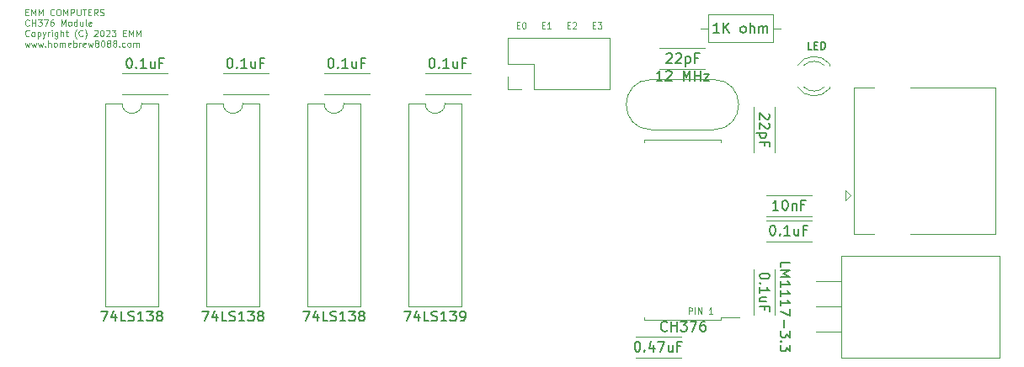
<source format=gbr>
G04 #@! TF.GenerationSoftware,KiCad,Pcbnew,(5.1.8)-1*
G04 #@! TF.CreationDate,2023-04-05T17:01:07-06:00*
G04 #@! TF.ProjectId,CH376S Module,43483337-3653-4204-9d6f-64756c652e6b,rev?*
G04 #@! TF.SameCoordinates,Original*
G04 #@! TF.FileFunction,Legend,Top*
G04 #@! TF.FilePolarity,Positive*
%FSLAX46Y46*%
G04 Gerber Fmt 4.6, Leading zero omitted, Abs format (unit mm)*
G04 Created by KiCad (PCBNEW (5.1.8)-1) date 2023-04-05 17:01:07*
%MOMM*%
%LPD*%
G01*
G04 APERTURE LIST*
%ADD10C,0.101600*%
%ADD11C,0.120000*%
%ADD12C,0.150000*%
G04 APERTURE END LIST*
D10*
X171525595Y-129065261D02*
X171525595Y-128430261D01*
X171767500Y-128430261D01*
X171827976Y-128460500D01*
X171858214Y-128490738D01*
X171888452Y-128551214D01*
X171888452Y-128641928D01*
X171858214Y-128702404D01*
X171827976Y-128732642D01*
X171767500Y-128762880D01*
X171525595Y-128762880D01*
X172160595Y-129065261D02*
X172160595Y-128430261D01*
X172462976Y-129065261D02*
X172462976Y-128430261D01*
X172825833Y-129065261D01*
X172825833Y-128430261D01*
X173944642Y-129065261D02*
X173581785Y-129065261D01*
X173763214Y-129065261D02*
X173763214Y-128430261D01*
X173702738Y-128520976D01*
X173642261Y-128581452D01*
X173581785Y-128611690D01*
X161867547Y-100030642D02*
X162079214Y-100030642D01*
X162169928Y-100363261D02*
X161867547Y-100363261D01*
X161867547Y-99728261D01*
X162169928Y-99728261D01*
X162381595Y-99728261D02*
X162774690Y-99728261D01*
X162563023Y-99970166D01*
X162653738Y-99970166D01*
X162714214Y-100000404D01*
X162744452Y-100030642D01*
X162774690Y-100091119D01*
X162774690Y-100242309D01*
X162744452Y-100302785D01*
X162714214Y-100333023D01*
X162653738Y-100363261D01*
X162472309Y-100363261D01*
X162411833Y-100333023D01*
X162381595Y-100302785D01*
X159327547Y-100030642D02*
X159539214Y-100030642D01*
X159629928Y-100363261D02*
X159327547Y-100363261D01*
X159327547Y-99728261D01*
X159629928Y-99728261D01*
X159871833Y-99788738D02*
X159902071Y-99758500D01*
X159962547Y-99728261D01*
X160113738Y-99728261D01*
X160174214Y-99758500D01*
X160204452Y-99788738D01*
X160234690Y-99849214D01*
X160234690Y-99909690D01*
X160204452Y-100000404D01*
X159841595Y-100363261D01*
X160234690Y-100363261D01*
X156787547Y-100030642D02*
X156999214Y-100030642D01*
X157089928Y-100363261D02*
X156787547Y-100363261D01*
X156787547Y-99728261D01*
X157089928Y-99728261D01*
X157694690Y-100363261D02*
X157331833Y-100363261D01*
X157513261Y-100363261D02*
X157513261Y-99728261D01*
X157452785Y-99818976D01*
X157392309Y-99879452D01*
X157331833Y-99909690D01*
X154247547Y-100030642D02*
X154459214Y-100030642D01*
X154549928Y-100363261D02*
X154247547Y-100363261D01*
X154247547Y-99728261D01*
X154549928Y-99728261D01*
X154943023Y-99728261D02*
X155003500Y-99728261D01*
X155063976Y-99758500D01*
X155094214Y-99788738D01*
X155124452Y-99849214D01*
X155154690Y-99970166D01*
X155154690Y-100121357D01*
X155124452Y-100242309D01*
X155094214Y-100302785D01*
X155063976Y-100333023D01*
X155003500Y-100363261D01*
X154943023Y-100363261D01*
X154882547Y-100333023D01*
X154852309Y-100302785D01*
X154822071Y-100242309D01*
X154791833Y-100121357D01*
X154791833Y-99970166D01*
X154822071Y-99849214D01*
X154852309Y-99788738D01*
X154882547Y-99758500D01*
X154943023Y-99728261D01*
X104865230Y-98703492D02*
X105076897Y-98703492D01*
X105167611Y-99036111D02*
X104865230Y-99036111D01*
X104865230Y-98401111D01*
X105167611Y-98401111D01*
X105439754Y-99036111D02*
X105439754Y-98401111D01*
X105651420Y-98854683D01*
X105863087Y-98401111D01*
X105863087Y-99036111D01*
X106165468Y-99036111D02*
X106165468Y-98401111D01*
X106377135Y-98854683D01*
X106588801Y-98401111D01*
X106588801Y-99036111D01*
X107737849Y-98975635D02*
X107707611Y-99005873D01*
X107616897Y-99036111D01*
X107556420Y-99036111D01*
X107465706Y-99005873D01*
X107405230Y-98945397D01*
X107374992Y-98884921D01*
X107344754Y-98763969D01*
X107344754Y-98673254D01*
X107374992Y-98552302D01*
X107405230Y-98491826D01*
X107465706Y-98431350D01*
X107556420Y-98401111D01*
X107616897Y-98401111D01*
X107707611Y-98431350D01*
X107737849Y-98461588D01*
X108130944Y-98401111D02*
X108251897Y-98401111D01*
X108312373Y-98431350D01*
X108372849Y-98491826D01*
X108403087Y-98612778D01*
X108403087Y-98824445D01*
X108372849Y-98945397D01*
X108312373Y-99005873D01*
X108251897Y-99036111D01*
X108130944Y-99036111D01*
X108070468Y-99005873D01*
X108009992Y-98945397D01*
X107979754Y-98824445D01*
X107979754Y-98612778D01*
X108009992Y-98491826D01*
X108070468Y-98431350D01*
X108130944Y-98401111D01*
X108675230Y-99036111D02*
X108675230Y-98401111D01*
X108886897Y-98854683D01*
X109098563Y-98401111D01*
X109098563Y-99036111D01*
X109400944Y-99036111D02*
X109400944Y-98401111D01*
X109642849Y-98401111D01*
X109703325Y-98431350D01*
X109733563Y-98461588D01*
X109763801Y-98522064D01*
X109763801Y-98612778D01*
X109733563Y-98673254D01*
X109703325Y-98703492D01*
X109642849Y-98733730D01*
X109400944Y-98733730D01*
X110035944Y-98401111D02*
X110035944Y-98915159D01*
X110066182Y-98975635D01*
X110096420Y-99005873D01*
X110156897Y-99036111D01*
X110277849Y-99036111D01*
X110338325Y-99005873D01*
X110368563Y-98975635D01*
X110398801Y-98915159D01*
X110398801Y-98401111D01*
X110610468Y-98401111D02*
X110973325Y-98401111D01*
X110791897Y-99036111D02*
X110791897Y-98401111D01*
X111184992Y-98703492D02*
X111396659Y-98703492D01*
X111487373Y-99036111D02*
X111184992Y-99036111D01*
X111184992Y-98401111D01*
X111487373Y-98401111D01*
X112122373Y-99036111D02*
X111910706Y-98733730D01*
X111759516Y-99036111D02*
X111759516Y-98401111D01*
X112001420Y-98401111D01*
X112061897Y-98431350D01*
X112092135Y-98461588D01*
X112122373Y-98522064D01*
X112122373Y-98612778D01*
X112092135Y-98673254D01*
X112061897Y-98703492D01*
X112001420Y-98733730D01*
X111759516Y-98733730D01*
X112364278Y-99005873D02*
X112454992Y-99036111D01*
X112606182Y-99036111D01*
X112666659Y-99005873D01*
X112696897Y-98975635D01*
X112727135Y-98915159D01*
X112727135Y-98854683D01*
X112696897Y-98794207D01*
X112666659Y-98763969D01*
X112606182Y-98733730D01*
X112485230Y-98703492D01*
X112424754Y-98673254D01*
X112394516Y-98643016D01*
X112364278Y-98582540D01*
X112364278Y-98522064D01*
X112394516Y-98461588D01*
X112424754Y-98431350D01*
X112485230Y-98401111D01*
X112636420Y-98401111D01*
X112727135Y-98431350D01*
X105228087Y-100029735D02*
X105197849Y-100059973D01*
X105107135Y-100090211D01*
X105046659Y-100090211D01*
X104955944Y-100059973D01*
X104895468Y-99999497D01*
X104865230Y-99939021D01*
X104834992Y-99818069D01*
X104834992Y-99727354D01*
X104865230Y-99606402D01*
X104895468Y-99545926D01*
X104955944Y-99485450D01*
X105046659Y-99455211D01*
X105107135Y-99455211D01*
X105197849Y-99485450D01*
X105228087Y-99515688D01*
X105500230Y-100090211D02*
X105500230Y-99455211D01*
X105500230Y-99757592D02*
X105863087Y-99757592D01*
X105863087Y-100090211D02*
X105863087Y-99455211D01*
X106104992Y-99455211D02*
X106498087Y-99455211D01*
X106286420Y-99697116D01*
X106377135Y-99697116D01*
X106437611Y-99727354D01*
X106467849Y-99757592D01*
X106498087Y-99818069D01*
X106498087Y-99969259D01*
X106467849Y-100029735D01*
X106437611Y-100059973D01*
X106377135Y-100090211D01*
X106195706Y-100090211D01*
X106135230Y-100059973D01*
X106104992Y-100029735D01*
X106709754Y-99455211D02*
X107133087Y-99455211D01*
X106860944Y-100090211D01*
X107647135Y-99455211D02*
X107526182Y-99455211D01*
X107465706Y-99485450D01*
X107435468Y-99515688D01*
X107374992Y-99606402D01*
X107344754Y-99727354D01*
X107344754Y-99969259D01*
X107374992Y-100029735D01*
X107405230Y-100059973D01*
X107465706Y-100090211D01*
X107586659Y-100090211D01*
X107647135Y-100059973D01*
X107677373Y-100029735D01*
X107707611Y-99969259D01*
X107707611Y-99818069D01*
X107677373Y-99757592D01*
X107647135Y-99727354D01*
X107586659Y-99697116D01*
X107465706Y-99697116D01*
X107405230Y-99727354D01*
X107374992Y-99757592D01*
X107344754Y-99818069D01*
X108463563Y-100090211D02*
X108463563Y-99455211D01*
X108675230Y-99908783D01*
X108886897Y-99455211D01*
X108886897Y-100090211D01*
X109279992Y-100090211D02*
X109219516Y-100059973D01*
X109189278Y-100029735D01*
X109159040Y-99969259D01*
X109159040Y-99787830D01*
X109189278Y-99727354D01*
X109219516Y-99697116D01*
X109279992Y-99666878D01*
X109370706Y-99666878D01*
X109431182Y-99697116D01*
X109461420Y-99727354D01*
X109491659Y-99787830D01*
X109491659Y-99969259D01*
X109461420Y-100029735D01*
X109431182Y-100059973D01*
X109370706Y-100090211D01*
X109279992Y-100090211D01*
X110035944Y-100090211D02*
X110035944Y-99455211D01*
X110035944Y-100059973D02*
X109975468Y-100090211D01*
X109854516Y-100090211D01*
X109794040Y-100059973D01*
X109763801Y-100029735D01*
X109733563Y-99969259D01*
X109733563Y-99787830D01*
X109763801Y-99727354D01*
X109794040Y-99697116D01*
X109854516Y-99666878D01*
X109975468Y-99666878D01*
X110035944Y-99697116D01*
X110610468Y-99666878D02*
X110610468Y-100090211D01*
X110338325Y-99666878D02*
X110338325Y-99999497D01*
X110368563Y-100059973D01*
X110429040Y-100090211D01*
X110519754Y-100090211D01*
X110580230Y-100059973D01*
X110610468Y-100029735D01*
X111003563Y-100090211D02*
X110943087Y-100059973D01*
X110912849Y-99999497D01*
X110912849Y-99455211D01*
X111487373Y-100059973D02*
X111426897Y-100090211D01*
X111305944Y-100090211D01*
X111245468Y-100059973D01*
X111215230Y-99999497D01*
X111215230Y-99757592D01*
X111245468Y-99697116D01*
X111305944Y-99666878D01*
X111426897Y-99666878D01*
X111487373Y-99697116D01*
X111517611Y-99757592D01*
X111517611Y-99818069D01*
X111215230Y-99878545D01*
X105228087Y-101083835D02*
X105197849Y-101114073D01*
X105107135Y-101144311D01*
X105046659Y-101144311D01*
X104955944Y-101114073D01*
X104895468Y-101053597D01*
X104865230Y-100993121D01*
X104834992Y-100872169D01*
X104834992Y-100781454D01*
X104865230Y-100660502D01*
X104895468Y-100600026D01*
X104955944Y-100539550D01*
X105046659Y-100509311D01*
X105107135Y-100509311D01*
X105197849Y-100539550D01*
X105228087Y-100569788D01*
X105590944Y-101144311D02*
X105530468Y-101114073D01*
X105500230Y-101083835D01*
X105469992Y-101023359D01*
X105469992Y-100841930D01*
X105500230Y-100781454D01*
X105530468Y-100751216D01*
X105590944Y-100720978D01*
X105681659Y-100720978D01*
X105742135Y-100751216D01*
X105772373Y-100781454D01*
X105802611Y-100841930D01*
X105802611Y-101023359D01*
X105772373Y-101083835D01*
X105742135Y-101114073D01*
X105681659Y-101144311D01*
X105590944Y-101144311D01*
X106074754Y-100720978D02*
X106074754Y-101355978D01*
X106074754Y-100751216D02*
X106135230Y-100720978D01*
X106256182Y-100720978D01*
X106316659Y-100751216D01*
X106346897Y-100781454D01*
X106377135Y-100841930D01*
X106377135Y-101023359D01*
X106346897Y-101083835D01*
X106316659Y-101114073D01*
X106256182Y-101144311D01*
X106135230Y-101144311D01*
X106074754Y-101114073D01*
X106588801Y-100720978D02*
X106739992Y-101144311D01*
X106891182Y-100720978D02*
X106739992Y-101144311D01*
X106679516Y-101295502D01*
X106649278Y-101325740D01*
X106588801Y-101355978D01*
X107133087Y-101144311D02*
X107133087Y-100720978D01*
X107133087Y-100841930D02*
X107163325Y-100781454D01*
X107193563Y-100751216D01*
X107254040Y-100720978D01*
X107314516Y-100720978D01*
X107526182Y-101144311D02*
X107526182Y-100720978D01*
X107526182Y-100509311D02*
X107495944Y-100539550D01*
X107526182Y-100569788D01*
X107556420Y-100539550D01*
X107526182Y-100509311D01*
X107526182Y-100569788D01*
X108100706Y-100720978D02*
X108100706Y-101235026D01*
X108070468Y-101295502D01*
X108040230Y-101325740D01*
X107979754Y-101355978D01*
X107889040Y-101355978D01*
X107828563Y-101325740D01*
X108100706Y-101114073D02*
X108040230Y-101144311D01*
X107919278Y-101144311D01*
X107858801Y-101114073D01*
X107828563Y-101083835D01*
X107798325Y-101023359D01*
X107798325Y-100841930D01*
X107828563Y-100781454D01*
X107858801Y-100751216D01*
X107919278Y-100720978D01*
X108040230Y-100720978D01*
X108100706Y-100751216D01*
X108403087Y-101144311D02*
X108403087Y-100509311D01*
X108675230Y-101144311D02*
X108675230Y-100811692D01*
X108644992Y-100751216D01*
X108584516Y-100720978D01*
X108493801Y-100720978D01*
X108433325Y-100751216D01*
X108403087Y-100781454D01*
X108886897Y-100720978D02*
X109128801Y-100720978D01*
X108977611Y-100509311D02*
X108977611Y-101053597D01*
X109007849Y-101114073D01*
X109068325Y-101144311D01*
X109128801Y-101144311D01*
X110005706Y-101386216D02*
X109975468Y-101355978D01*
X109914992Y-101265264D01*
X109884754Y-101204788D01*
X109854516Y-101114073D01*
X109824278Y-100962883D01*
X109824278Y-100841930D01*
X109854516Y-100690740D01*
X109884754Y-100600026D01*
X109914992Y-100539550D01*
X109975468Y-100448835D01*
X110005706Y-100418597D01*
X110610468Y-101083835D02*
X110580230Y-101114073D01*
X110489516Y-101144311D01*
X110429040Y-101144311D01*
X110338325Y-101114073D01*
X110277849Y-101053597D01*
X110247611Y-100993121D01*
X110217373Y-100872169D01*
X110217373Y-100781454D01*
X110247611Y-100660502D01*
X110277849Y-100600026D01*
X110338325Y-100539550D01*
X110429040Y-100509311D01*
X110489516Y-100509311D01*
X110580230Y-100539550D01*
X110610468Y-100569788D01*
X110822135Y-101386216D02*
X110852373Y-101355978D01*
X110912849Y-101265264D01*
X110943087Y-101204788D01*
X110973325Y-101114073D01*
X111003563Y-100962883D01*
X111003563Y-100841930D01*
X110973325Y-100690740D01*
X110943087Y-100600026D01*
X110912849Y-100539550D01*
X110852373Y-100448835D01*
X110822135Y-100418597D01*
X111759516Y-100569788D02*
X111789754Y-100539550D01*
X111850230Y-100509311D01*
X112001420Y-100509311D01*
X112061897Y-100539550D01*
X112092135Y-100569788D01*
X112122373Y-100630264D01*
X112122373Y-100690740D01*
X112092135Y-100781454D01*
X111729278Y-101144311D01*
X112122373Y-101144311D01*
X112515468Y-100509311D02*
X112575944Y-100509311D01*
X112636420Y-100539550D01*
X112666659Y-100569788D01*
X112696897Y-100630264D01*
X112727135Y-100751216D01*
X112727135Y-100902407D01*
X112696897Y-101023359D01*
X112666659Y-101083835D01*
X112636420Y-101114073D01*
X112575944Y-101144311D01*
X112515468Y-101144311D01*
X112454992Y-101114073D01*
X112424754Y-101083835D01*
X112394516Y-101023359D01*
X112364278Y-100902407D01*
X112364278Y-100751216D01*
X112394516Y-100630264D01*
X112424754Y-100569788D01*
X112454992Y-100539550D01*
X112515468Y-100509311D01*
X112969040Y-100569788D02*
X112999278Y-100539550D01*
X113059754Y-100509311D01*
X113210944Y-100509311D01*
X113271420Y-100539550D01*
X113301659Y-100569788D01*
X113331897Y-100630264D01*
X113331897Y-100690740D01*
X113301659Y-100781454D01*
X112938801Y-101144311D01*
X113331897Y-101144311D01*
X113543563Y-100509311D02*
X113936659Y-100509311D01*
X113724992Y-100751216D01*
X113815706Y-100751216D01*
X113876182Y-100781454D01*
X113906420Y-100811692D01*
X113936659Y-100872169D01*
X113936659Y-101023359D01*
X113906420Y-101083835D01*
X113876182Y-101114073D01*
X113815706Y-101144311D01*
X113634278Y-101144311D01*
X113573801Y-101114073D01*
X113543563Y-101083835D01*
X114692611Y-100811692D02*
X114904278Y-100811692D01*
X114994992Y-101144311D02*
X114692611Y-101144311D01*
X114692611Y-100509311D01*
X114994992Y-100509311D01*
X115267135Y-101144311D02*
X115267135Y-100509311D01*
X115478801Y-100962883D01*
X115690468Y-100509311D01*
X115690468Y-101144311D01*
X115992849Y-101144311D02*
X115992849Y-100509311D01*
X116204516Y-100962883D01*
X116416182Y-100509311D01*
X116416182Y-101144311D01*
X104804754Y-101775078D02*
X104925706Y-102198411D01*
X105046659Y-101896030D01*
X105167611Y-102198411D01*
X105288563Y-101775078D01*
X105469992Y-101775078D02*
X105590944Y-102198411D01*
X105711897Y-101896030D01*
X105832849Y-102198411D01*
X105953801Y-101775078D01*
X106135230Y-101775078D02*
X106256182Y-102198411D01*
X106377135Y-101896030D01*
X106498087Y-102198411D01*
X106619040Y-101775078D01*
X106860944Y-102137935D02*
X106891182Y-102168173D01*
X106860944Y-102198411D01*
X106830706Y-102168173D01*
X106860944Y-102137935D01*
X106860944Y-102198411D01*
X107163325Y-102198411D02*
X107163325Y-101563411D01*
X107435468Y-102198411D02*
X107435468Y-101865792D01*
X107405230Y-101805316D01*
X107344754Y-101775078D01*
X107254040Y-101775078D01*
X107193563Y-101805316D01*
X107163325Y-101835554D01*
X107828563Y-102198411D02*
X107768087Y-102168173D01*
X107737849Y-102137935D01*
X107707611Y-102077459D01*
X107707611Y-101896030D01*
X107737849Y-101835554D01*
X107768087Y-101805316D01*
X107828563Y-101775078D01*
X107919278Y-101775078D01*
X107979754Y-101805316D01*
X108009992Y-101835554D01*
X108040230Y-101896030D01*
X108040230Y-102077459D01*
X108009992Y-102137935D01*
X107979754Y-102168173D01*
X107919278Y-102198411D01*
X107828563Y-102198411D01*
X108312373Y-102198411D02*
X108312373Y-101775078D01*
X108312373Y-101835554D02*
X108342611Y-101805316D01*
X108403087Y-101775078D01*
X108493801Y-101775078D01*
X108554278Y-101805316D01*
X108584516Y-101865792D01*
X108584516Y-102198411D01*
X108584516Y-101865792D02*
X108614754Y-101805316D01*
X108675230Y-101775078D01*
X108765944Y-101775078D01*
X108826420Y-101805316D01*
X108856659Y-101865792D01*
X108856659Y-102198411D01*
X109400944Y-102168173D02*
X109340468Y-102198411D01*
X109219516Y-102198411D01*
X109159040Y-102168173D01*
X109128801Y-102107697D01*
X109128801Y-101865792D01*
X109159040Y-101805316D01*
X109219516Y-101775078D01*
X109340468Y-101775078D01*
X109400944Y-101805316D01*
X109431182Y-101865792D01*
X109431182Y-101926269D01*
X109128801Y-101986745D01*
X109703325Y-102198411D02*
X109703325Y-101563411D01*
X109703325Y-101805316D02*
X109763801Y-101775078D01*
X109884754Y-101775078D01*
X109945230Y-101805316D01*
X109975468Y-101835554D01*
X110005706Y-101896030D01*
X110005706Y-102077459D01*
X109975468Y-102137935D01*
X109945230Y-102168173D01*
X109884754Y-102198411D01*
X109763801Y-102198411D01*
X109703325Y-102168173D01*
X110277849Y-102198411D02*
X110277849Y-101775078D01*
X110277849Y-101896030D02*
X110308087Y-101835554D01*
X110338325Y-101805316D01*
X110398801Y-101775078D01*
X110459278Y-101775078D01*
X110912849Y-102168173D02*
X110852373Y-102198411D01*
X110731420Y-102198411D01*
X110670944Y-102168173D01*
X110640706Y-102107697D01*
X110640706Y-101865792D01*
X110670944Y-101805316D01*
X110731420Y-101775078D01*
X110852373Y-101775078D01*
X110912849Y-101805316D01*
X110943087Y-101865792D01*
X110943087Y-101926269D01*
X110640706Y-101986745D01*
X111154754Y-101775078D02*
X111275706Y-102198411D01*
X111396659Y-101896030D01*
X111517611Y-102198411D01*
X111638563Y-101775078D01*
X111971182Y-101835554D02*
X111910706Y-101805316D01*
X111880468Y-101775078D01*
X111850230Y-101714602D01*
X111850230Y-101684364D01*
X111880468Y-101623888D01*
X111910706Y-101593650D01*
X111971182Y-101563411D01*
X112092135Y-101563411D01*
X112152611Y-101593650D01*
X112182849Y-101623888D01*
X112213087Y-101684364D01*
X112213087Y-101714602D01*
X112182849Y-101775078D01*
X112152611Y-101805316D01*
X112092135Y-101835554D01*
X111971182Y-101835554D01*
X111910706Y-101865792D01*
X111880468Y-101896030D01*
X111850230Y-101956507D01*
X111850230Y-102077459D01*
X111880468Y-102137935D01*
X111910706Y-102168173D01*
X111971182Y-102198411D01*
X112092135Y-102198411D01*
X112152611Y-102168173D01*
X112182849Y-102137935D01*
X112213087Y-102077459D01*
X112213087Y-101956507D01*
X112182849Y-101896030D01*
X112152611Y-101865792D01*
X112092135Y-101835554D01*
X112606182Y-101563411D02*
X112666659Y-101563411D01*
X112727135Y-101593650D01*
X112757373Y-101623888D01*
X112787611Y-101684364D01*
X112817849Y-101805316D01*
X112817849Y-101956507D01*
X112787611Y-102077459D01*
X112757373Y-102137935D01*
X112727135Y-102168173D01*
X112666659Y-102198411D01*
X112606182Y-102198411D01*
X112545706Y-102168173D01*
X112515468Y-102137935D01*
X112485230Y-102077459D01*
X112454992Y-101956507D01*
X112454992Y-101805316D01*
X112485230Y-101684364D01*
X112515468Y-101623888D01*
X112545706Y-101593650D01*
X112606182Y-101563411D01*
X113180706Y-101835554D02*
X113120230Y-101805316D01*
X113089992Y-101775078D01*
X113059754Y-101714602D01*
X113059754Y-101684364D01*
X113089992Y-101623888D01*
X113120230Y-101593650D01*
X113180706Y-101563411D01*
X113301659Y-101563411D01*
X113362135Y-101593650D01*
X113392373Y-101623888D01*
X113422611Y-101684364D01*
X113422611Y-101714602D01*
X113392373Y-101775078D01*
X113362135Y-101805316D01*
X113301659Y-101835554D01*
X113180706Y-101835554D01*
X113120230Y-101865792D01*
X113089992Y-101896030D01*
X113059754Y-101956507D01*
X113059754Y-102077459D01*
X113089992Y-102137935D01*
X113120230Y-102168173D01*
X113180706Y-102198411D01*
X113301659Y-102198411D01*
X113362135Y-102168173D01*
X113392373Y-102137935D01*
X113422611Y-102077459D01*
X113422611Y-101956507D01*
X113392373Y-101896030D01*
X113362135Y-101865792D01*
X113301659Y-101835554D01*
X113785468Y-101835554D02*
X113724992Y-101805316D01*
X113694754Y-101775078D01*
X113664516Y-101714602D01*
X113664516Y-101684364D01*
X113694754Y-101623888D01*
X113724992Y-101593650D01*
X113785468Y-101563411D01*
X113906420Y-101563411D01*
X113966897Y-101593650D01*
X113997135Y-101623888D01*
X114027373Y-101684364D01*
X114027373Y-101714602D01*
X113997135Y-101775078D01*
X113966897Y-101805316D01*
X113906420Y-101835554D01*
X113785468Y-101835554D01*
X113724992Y-101865792D01*
X113694754Y-101896030D01*
X113664516Y-101956507D01*
X113664516Y-102077459D01*
X113694754Y-102137935D01*
X113724992Y-102168173D01*
X113785468Y-102198411D01*
X113906420Y-102198411D01*
X113966897Y-102168173D01*
X113997135Y-102137935D01*
X114027373Y-102077459D01*
X114027373Y-101956507D01*
X113997135Y-101896030D01*
X113966897Y-101865792D01*
X113906420Y-101835554D01*
X114299516Y-102137935D02*
X114329754Y-102168173D01*
X114299516Y-102198411D01*
X114269278Y-102168173D01*
X114299516Y-102137935D01*
X114299516Y-102198411D01*
X114874040Y-102168173D02*
X114813563Y-102198411D01*
X114692611Y-102198411D01*
X114632135Y-102168173D01*
X114601897Y-102137935D01*
X114571659Y-102077459D01*
X114571659Y-101896030D01*
X114601897Y-101835554D01*
X114632135Y-101805316D01*
X114692611Y-101775078D01*
X114813563Y-101775078D01*
X114874040Y-101805316D01*
X115236897Y-102198411D02*
X115176420Y-102168173D01*
X115146182Y-102137935D01*
X115115944Y-102077459D01*
X115115944Y-101896030D01*
X115146182Y-101835554D01*
X115176420Y-101805316D01*
X115236897Y-101775078D01*
X115327611Y-101775078D01*
X115388087Y-101805316D01*
X115418325Y-101835554D01*
X115448563Y-101896030D01*
X115448563Y-102077459D01*
X115418325Y-102137935D01*
X115388087Y-102168173D01*
X115327611Y-102198411D01*
X115236897Y-102198411D01*
X115720706Y-102198411D02*
X115720706Y-101775078D01*
X115720706Y-101835554D02*
X115750944Y-101805316D01*
X115811420Y-101775078D01*
X115902135Y-101775078D01*
X115962611Y-101805316D01*
X115992849Y-101865792D01*
X115992849Y-102198411D01*
X115992849Y-101865792D02*
X116023087Y-101805316D01*
X116083563Y-101775078D01*
X116174278Y-101775078D01*
X116234754Y-101805316D01*
X116264992Y-101865792D01*
X116264992Y-102198411D01*
D11*
G04 #@! TO.C,U3*
X148700000Y-107890000D02*
X147050000Y-107890000D01*
X148700000Y-128330000D02*
X148700000Y-107890000D01*
X143400000Y-128330000D02*
X148700000Y-128330000D01*
X143400000Y-107890000D02*
X143400000Y-128330000D01*
X145050000Y-107890000D02*
X143400000Y-107890000D01*
X147050000Y-107890000D02*
G75*
G02*
X145050000Y-107890000I-1000000J0D01*
G01*
G04 #@! TO.C,J3*
X153356000Y-106486000D02*
X153356000Y-105156000D01*
X154686000Y-106486000D02*
X153356000Y-106486000D01*
X153356000Y-103886000D02*
X153356000Y-101286000D01*
X155956000Y-103886000D02*
X153356000Y-103886000D01*
X155956000Y-106486000D02*
X155956000Y-103886000D01*
X153356000Y-101286000D02*
X163636000Y-101286000D01*
X155956000Y-106486000D02*
X163636000Y-106486000D01*
X163636000Y-106486000D02*
X163636000Y-101286000D01*
G04 #@! TO.C,C3*
X149630000Y-106973000D02*
X149630000Y-106988000D01*
X149630000Y-104848000D02*
X149630000Y-104863000D01*
X145090000Y-106973000D02*
X145090000Y-106988000D01*
X145090000Y-104848000D02*
X145090000Y-104863000D01*
X145090000Y-106988000D02*
X149630000Y-106988000D01*
X145090000Y-104848000D02*
X149630000Y-104848000D01*
G04 #@! TO.C,U15*
X114570000Y-107890000D02*
X112920000Y-107890000D01*
X112920000Y-107890000D02*
X112920000Y-128330000D01*
X112920000Y-128330000D02*
X118220000Y-128330000D01*
X118220000Y-128330000D02*
X118220000Y-107890000D01*
X118220000Y-107890000D02*
X116570000Y-107890000D01*
X116570000Y-107890000D02*
G75*
G02*
X114570000Y-107890000I-1000000J0D01*
G01*
G04 #@! TO.C,U14*
X124730000Y-107890000D02*
X123080000Y-107890000D01*
X123080000Y-107890000D02*
X123080000Y-128330000D01*
X123080000Y-128330000D02*
X128380000Y-128330000D01*
X128380000Y-128330000D02*
X128380000Y-107890000D01*
X128380000Y-107890000D02*
X126730000Y-107890000D01*
X126730000Y-107890000D02*
G75*
G02*
X124730000Y-107890000I-1000000J0D01*
G01*
G04 #@! TO.C,U13*
X134890000Y-107890000D02*
X133240000Y-107890000D01*
X133240000Y-107890000D02*
X133240000Y-128330000D01*
X133240000Y-128330000D02*
X138540000Y-128330000D01*
X138540000Y-128330000D02*
X138540000Y-107890000D01*
X138540000Y-107890000D02*
X136890000Y-107890000D01*
X136890000Y-107890000D02*
G75*
G02*
X134890000Y-107890000I-1000000J0D01*
G01*
G04 #@! TO.C,C16*
X114610000Y-104848000D02*
X119150000Y-104848000D01*
X114610000Y-106988000D02*
X119150000Y-106988000D01*
X114610000Y-104848000D02*
X114610000Y-104863000D01*
X114610000Y-106973000D02*
X114610000Y-106988000D01*
X119150000Y-104848000D02*
X119150000Y-104863000D01*
X119150000Y-106973000D02*
X119150000Y-106988000D01*
G04 #@! TO.C,C15*
X134930000Y-104848000D02*
X139470000Y-104848000D01*
X134930000Y-106988000D02*
X139470000Y-106988000D01*
X134930000Y-104848000D02*
X134930000Y-104863000D01*
X134930000Y-106973000D02*
X134930000Y-106988000D01*
X139470000Y-104848000D02*
X139470000Y-104863000D01*
X139470000Y-106973000D02*
X139470000Y-106988000D01*
G04 #@! TO.C,C14*
X124770000Y-104848000D02*
X129310000Y-104848000D01*
X124770000Y-106988000D02*
X129310000Y-106988000D01*
X124770000Y-104848000D02*
X124770000Y-104863000D01*
X124770000Y-106973000D02*
X124770000Y-106988000D01*
X129310000Y-104848000D02*
X129310000Y-104863000D01*
X129310000Y-106973000D02*
X129310000Y-106988000D01*
G04 #@! TO.C,U2*
X186887500Y-130873500D02*
X184347500Y-130873500D01*
X186887500Y-128333500D02*
X184347500Y-128333500D01*
X186887500Y-125793500D02*
X184347500Y-125793500D01*
X202777500Y-133453500D02*
X186887500Y-133453500D01*
X202777500Y-123213500D02*
X186887500Y-123213500D01*
X202777500Y-123213500D02*
X202777500Y-133453500D01*
X186887500Y-123213500D02*
X186887500Y-133453500D01*
G04 #@! TO.C,C5*
X178078500Y-112783500D02*
X178063500Y-112783500D01*
X180203500Y-112783500D02*
X180188500Y-112783500D01*
X178078500Y-108243500D02*
X178063500Y-108243500D01*
X180203500Y-108243500D02*
X180188500Y-108243500D01*
X178063500Y-108243500D02*
X178063500Y-112783500D01*
X180203500Y-108243500D02*
X180203500Y-112783500D01*
G04 #@! TO.C,C4*
X173172000Y-104433000D02*
X173172000Y-104448000D01*
X173172000Y-102308000D02*
X173172000Y-102323000D01*
X168632000Y-104433000D02*
X168632000Y-104448000D01*
X168632000Y-102308000D02*
X168632000Y-102323000D01*
X168632000Y-104448000D02*
X173172000Y-104448000D01*
X168632000Y-102308000D02*
X173172000Y-102308000D01*
G04 #@! TO.C,C2*
X179363500Y-117118500D02*
X179363500Y-117103500D01*
X179363500Y-119243500D02*
X179363500Y-119228500D01*
X183903500Y-117118500D02*
X183903500Y-117103500D01*
X183903500Y-119243500D02*
X183903500Y-119228500D01*
X183903500Y-117103500D02*
X179363500Y-117103500D01*
X183903500Y-119243500D02*
X179363500Y-119243500D01*
G04 #@! TO.C,C1*
X170775500Y-133452500D02*
X170775500Y-133467500D01*
X170775500Y-131327500D02*
X170775500Y-131342500D01*
X166235500Y-133452500D02*
X166235500Y-133467500D01*
X166235500Y-131327500D02*
X166235500Y-131342500D01*
X166235500Y-133467500D02*
X170775500Y-133467500D01*
X166235500Y-131327500D02*
X170775500Y-131327500D01*
G04 #@! TO.C,USB1*
X193853500Y-121017500D02*
X202393500Y-121017500D01*
X202393500Y-121017500D02*
X202393500Y-106297500D01*
X193853500Y-106297500D02*
X202393500Y-106297500D01*
X188173500Y-121017500D02*
X188173500Y-106297500D01*
X188173500Y-121017500D02*
X190153500Y-121017500D01*
X190153500Y-106297500D02*
X188173500Y-106297500D01*
X187293500Y-117657500D02*
X187793500Y-117157500D01*
X187793500Y-117157500D02*
X187293500Y-116657500D01*
X187293500Y-116657500D02*
X187293500Y-117657500D01*
G04 #@! TO.C,Y2*
X167790500Y-105488500D02*
X174040500Y-105488500D01*
X167790500Y-110538500D02*
X174040500Y-110538500D01*
X174040500Y-110538500D02*
G75*
G03*
X174040500Y-105488500I0J2525000D01*
G01*
X167790500Y-110538500D02*
G75*
G02*
X167790500Y-105488500I0J2525000D01*
G01*
G04 #@! TO.C,U1*
X170927500Y-111526500D02*
X167067500Y-111526500D01*
X167067500Y-111526500D02*
X167067500Y-111771500D01*
X170927500Y-111526500D02*
X174787500Y-111526500D01*
X174787500Y-111526500D02*
X174787500Y-111771500D01*
X170927500Y-129646500D02*
X167067500Y-129646500D01*
X167067500Y-129646500D02*
X167067500Y-129401500D01*
X170927500Y-129646500D02*
X174787500Y-129646500D01*
X174787500Y-129646500D02*
X174787500Y-129401500D01*
X174787500Y-129401500D02*
X176602500Y-129401500D01*
G04 #@! TO.C,R2*
X180054000Y-101700000D02*
X180054000Y-98960000D01*
X180054000Y-98960000D02*
X173514000Y-98960000D01*
X173514000Y-98960000D02*
X173514000Y-101700000D01*
X173514000Y-101700000D02*
X180054000Y-101700000D01*
X180824000Y-100330000D02*
X180054000Y-100330000D01*
X172744000Y-100330000D02*
X173514000Y-100330000D01*
G04 #@! TO.C,D1*
X185710000Y-106392000D02*
X185710000Y-106236000D01*
X185710000Y-104076000D02*
X185710000Y-103920000D01*
X183108870Y-104076163D02*
G75*
G02*
X185190961Y-104076000I1041130J-1079837D01*
G01*
X183108870Y-106235837D02*
G75*
G03*
X185190961Y-106236000I1041130J1079837D01*
G01*
X182477665Y-104077392D02*
G75*
G02*
X185710000Y-103920484I1672335J-1078608D01*
G01*
X182477665Y-106234608D02*
G75*
G03*
X185710000Y-106391516I1672335J1078608D01*
G01*
G04 #@! TO.C,C7*
X183903500Y-121783500D02*
X179363500Y-121783500D01*
X183903500Y-119643500D02*
X179363500Y-119643500D01*
X183903500Y-121783500D02*
X183903500Y-121768500D01*
X183903500Y-119658500D02*
X183903500Y-119643500D01*
X179363500Y-121783500D02*
X179363500Y-121768500D01*
X179363500Y-119658500D02*
X179363500Y-119643500D01*
G04 #@! TO.C,C6*
X178063500Y-129119500D02*
X178063500Y-124579500D01*
X180203500Y-129119500D02*
X180203500Y-124579500D01*
X178063500Y-129119500D02*
X178078500Y-129119500D01*
X180188500Y-129119500D02*
X180203500Y-129119500D01*
X178063500Y-124579500D02*
X178078500Y-124579500D01*
X180188500Y-124579500D02*
X180203500Y-124579500D01*
G04 #@! TO.C,U3*
D12*
X142930952Y-128782380D02*
X143597619Y-128782380D01*
X143169047Y-129782380D01*
X144407142Y-129115714D02*
X144407142Y-129782380D01*
X144169047Y-128734761D02*
X143930952Y-129449047D01*
X144550000Y-129449047D01*
X145407142Y-129782380D02*
X144930952Y-129782380D01*
X144930952Y-128782380D01*
X145692857Y-129734761D02*
X145835714Y-129782380D01*
X146073809Y-129782380D01*
X146169047Y-129734761D01*
X146216666Y-129687142D01*
X146264285Y-129591904D01*
X146264285Y-129496666D01*
X146216666Y-129401428D01*
X146169047Y-129353809D01*
X146073809Y-129306190D01*
X145883333Y-129258571D01*
X145788095Y-129210952D01*
X145740476Y-129163333D01*
X145692857Y-129068095D01*
X145692857Y-128972857D01*
X145740476Y-128877619D01*
X145788095Y-128830000D01*
X145883333Y-128782380D01*
X146121428Y-128782380D01*
X146264285Y-128830000D01*
X147216666Y-129782380D02*
X146645238Y-129782380D01*
X146930952Y-129782380D02*
X146930952Y-128782380D01*
X146835714Y-128925238D01*
X146740476Y-129020476D01*
X146645238Y-129068095D01*
X147550000Y-128782380D02*
X148169047Y-128782380D01*
X147835714Y-129163333D01*
X147978571Y-129163333D01*
X148073809Y-129210952D01*
X148121428Y-129258571D01*
X148169047Y-129353809D01*
X148169047Y-129591904D01*
X148121428Y-129687142D01*
X148073809Y-129734761D01*
X147978571Y-129782380D01*
X147692857Y-129782380D01*
X147597619Y-129734761D01*
X147550000Y-129687142D01*
X148645238Y-129782380D02*
X148835714Y-129782380D01*
X148930952Y-129734761D01*
X148978571Y-129687142D01*
X149073809Y-129544285D01*
X149121428Y-129353809D01*
X149121428Y-128972857D01*
X149073809Y-128877619D01*
X149026190Y-128830000D01*
X148930952Y-128782380D01*
X148740476Y-128782380D01*
X148645238Y-128830000D01*
X148597619Y-128877619D01*
X148550000Y-128972857D01*
X148550000Y-129210952D01*
X148597619Y-129306190D01*
X148645238Y-129353809D01*
X148740476Y-129401428D01*
X148930952Y-129401428D01*
X149026190Y-129353809D01*
X149073809Y-129306190D01*
X149121428Y-129210952D01*
G04 #@! TO.C,C3*
X145677142Y-103338380D02*
X145772380Y-103338380D01*
X145867619Y-103386000D01*
X145915238Y-103433619D01*
X145962857Y-103528857D01*
X146010476Y-103719333D01*
X146010476Y-103957428D01*
X145962857Y-104147904D01*
X145915238Y-104243142D01*
X145867619Y-104290761D01*
X145772380Y-104338380D01*
X145677142Y-104338380D01*
X145581904Y-104290761D01*
X145534285Y-104243142D01*
X145486666Y-104147904D01*
X145439047Y-103957428D01*
X145439047Y-103719333D01*
X145486666Y-103528857D01*
X145534285Y-103433619D01*
X145581904Y-103386000D01*
X145677142Y-103338380D01*
X146439047Y-104243142D02*
X146486666Y-104290761D01*
X146439047Y-104338380D01*
X146391428Y-104290761D01*
X146439047Y-104243142D01*
X146439047Y-104338380D01*
X147439047Y-104338380D02*
X146867619Y-104338380D01*
X147153333Y-104338380D02*
X147153333Y-103338380D01*
X147058095Y-103481238D01*
X146962857Y-103576476D01*
X146867619Y-103624095D01*
X148296190Y-103671714D02*
X148296190Y-104338380D01*
X147867619Y-103671714D02*
X147867619Y-104195523D01*
X147915238Y-104290761D01*
X148010476Y-104338380D01*
X148153333Y-104338380D01*
X148248571Y-104290761D01*
X148296190Y-104243142D01*
X149105714Y-103814571D02*
X148772380Y-103814571D01*
X148772380Y-104338380D02*
X148772380Y-103338380D01*
X149248571Y-103338380D01*
G04 #@! TO.C,U15*
X112450952Y-128782380D02*
X113117619Y-128782380D01*
X112689047Y-129782380D01*
X113927142Y-129115714D02*
X113927142Y-129782380D01*
X113689047Y-128734761D02*
X113450952Y-129449047D01*
X114070000Y-129449047D01*
X114927142Y-129782380D02*
X114450952Y-129782380D01*
X114450952Y-128782380D01*
X115212857Y-129734761D02*
X115355714Y-129782380D01*
X115593809Y-129782380D01*
X115689047Y-129734761D01*
X115736666Y-129687142D01*
X115784285Y-129591904D01*
X115784285Y-129496666D01*
X115736666Y-129401428D01*
X115689047Y-129353809D01*
X115593809Y-129306190D01*
X115403333Y-129258571D01*
X115308095Y-129210952D01*
X115260476Y-129163333D01*
X115212857Y-129068095D01*
X115212857Y-128972857D01*
X115260476Y-128877619D01*
X115308095Y-128830000D01*
X115403333Y-128782380D01*
X115641428Y-128782380D01*
X115784285Y-128830000D01*
X116736666Y-129782380D02*
X116165238Y-129782380D01*
X116450952Y-129782380D02*
X116450952Y-128782380D01*
X116355714Y-128925238D01*
X116260476Y-129020476D01*
X116165238Y-129068095D01*
X117070000Y-128782380D02*
X117689047Y-128782380D01*
X117355714Y-129163333D01*
X117498571Y-129163333D01*
X117593809Y-129210952D01*
X117641428Y-129258571D01*
X117689047Y-129353809D01*
X117689047Y-129591904D01*
X117641428Y-129687142D01*
X117593809Y-129734761D01*
X117498571Y-129782380D01*
X117212857Y-129782380D01*
X117117619Y-129734761D01*
X117070000Y-129687142D01*
X118260476Y-129210952D02*
X118165238Y-129163333D01*
X118117619Y-129115714D01*
X118070000Y-129020476D01*
X118070000Y-128972857D01*
X118117619Y-128877619D01*
X118165238Y-128830000D01*
X118260476Y-128782380D01*
X118450952Y-128782380D01*
X118546190Y-128830000D01*
X118593809Y-128877619D01*
X118641428Y-128972857D01*
X118641428Y-129020476D01*
X118593809Y-129115714D01*
X118546190Y-129163333D01*
X118450952Y-129210952D01*
X118260476Y-129210952D01*
X118165238Y-129258571D01*
X118117619Y-129306190D01*
X118070000Y-129401428D01*
X118070000Y-129591904D01*
X118117619Y-129687142D01*
X118165238Y-129734761D01*
X118260476Y-129782380D01*
X118450952Y-129782380D01*
X118546190Y-129734761D01*
X118593809Y-129687142D01*
X118641428Y-129591904D01*
X118641428Y-129401428D01*
X118593809Y-129306190D01*
X118546190Y-129258571D01*
X118450952Y-129210952D01*
G04 #@! TO.C,U14*
X122610952Y-128782380D02*
X123277619Y-128782380D01*
X122849047Y-129782380D01*
X124087142Y-129115714D02*
X124087142Y-129782380D01*
X123849047Y-128734761D02*
X123610952Y-129449047D01*
X124230000Y-129449047D01*
X125087142Y-129782380D02*
X124610952Y-129782380D01*
X124610952Y-128782380D01*
X125372857Y-129734761D02*
X125515714Y-129782380D01*
X125753809Y-129782380D01*
X125849047Y-129734761D01*
X125896666Y-129687142D01*
X125944285Y-129591904D01*
X125944285Y-129496666D01*
X125896666Y-129401428D01*
X125849047Y-129353809D01*
X125753809Y-129306190D01*
X125563333Y-129258571D01*
X125468095Y-129210952D01*
X125420476Y-129163333D01*
X125372857Y-129068095D01*
X125372857Y-128972857D01*
X125420476Y-128877619D01*
X125468095Y-128830000D01*
X125563333Y-128782380D01*
X125801428Y-128782380D01*
X125944285Y-128830000D01*
X126896666Y-129782380D02*
X126325238Y-129782380D01*
X126610952Y-129782380D02*
X126610952Y-128782380D01*
X126515714Y-128925238D01*
X126420476Y-129020476D01*
X126325238Y-129068095D01*
X127230000Y-128782380D02*
X127849047Y-128782380D01*
X127515714Y-129163333D01*
X127658571Y-129163333D01*
X127753809Y-129210952D01*
X127801428Y-129258571D01*
X127849047Y-129353809D01*
X127849047Y-129591904D01*
X127801428Y-129687142D01*
X127753809Y-129734761D01*
X127658571Y-129782380D01*
X127372857Y-129782380D01*
X127277619Y-129734761D01*
X127230000Y-129687142D01*
X128420476Y-129210952D02*
X128325238Y-129163333D01*
X128277619Y-129115714D01*
X128230000Y-129020476D01*
X128230000Y-128972857D01*
X128277619Y-128877619D01*
X128325238Y-128830000D01*
X128420476Y-128782380D01*
X128610952Y-128782380D01*
X128706190Y-128830000D01*
X128753809Y-128877619D01*
X128801428Y-128972857D01*
X128801428Y-129020476D01*
X128753809Y-129115714D01*
X128706190Y-129163333D01*
X128610952Y-129210952D01*
X128420476Y-129210952D01*
X128325238Y-129258571D01*
X128277619Y-129306190D01*
X128230000Y-129401428D01*
X128230000Y-129591904D01*
X128277619Y-129687142D01*
X128325238Y-129734761D01*
X128420476Y-129782380D01*
X128610952Y-129782380D01*
X128706190Y-129734761D01*
X128753809Y-129687142D01*
X128801428Y-129591904D01*
X128801428Y-129401428D01*
X128753809Y-129306190D01*
X128706190Y-129258571D01*
X128610952Y-129210952D01*
G04 #@! TO.C,U13*
X132770952Y-128782380D02*
X133437619Y-128782380D01*
X133009047Y-129782380D01*
X134247142Y-129115714D02*
X134247142Y-129782380D01*
X134009047Y-128734761D02*
X133770952Y-129449047D01*
X134390000Y-129449047D01*
X135247142Y-129782380D02*
X134770952Y-129782380D01*
X134770952Y-128782380D01*
X135532857Y-129734761D02*
X135675714Y-129782380D01*
X135913809Y-129782380D01*
X136009047Y-129734761D01*
X136056666Y-129687142D01*
X136104285Y-129591904D01*
X136104285Y-129496666D01*
X136056666Y-129401428D01*
X136009047Y-129353809D01*
X135913809Y-129306190D01*
X135723333Y-129258571D01*
X135628095Y-129210952D01*
X135580476Y-129163333D01*
X135532857Y-129068095D01*
X135532857Y-128972857D01*
X135580476Y-128877619D01*
X135628095Y-128830000D01*
X135723333Y-128782380D01*
X135961428Y-128782380D01*
X136104285Y-128830000D01*
X137056666Y-129782380D02*
X136485238Y-129782380D01*
X136770952Y-129782380D02*
X136770952Y-128782380D01*
X136675714Y-128925238D01*
X136580476Y-129020476D01*
X136485238Y-129068095D01*
X137390000Y-128782380D02*
X138009047Y-128782380D01*
X137675714Y-129163333D01*
X137818571Y-129163333D01*
X137913809Y-129210952D01*
X137961428Y-129258571D01*
X138009047Y-129353809D01*
X138009047Y-129591904D01*
X137961428Y-129687142D01*
X137913809Y-129734761D01*
X137818571Y-129782380D01*
X137532857Y-129782380D01*
X137437619Y-129734761D01*
X137390000Y-129687142D01*
X138580476Y-129210952D02*
X138485238Y-129163333D01*
X138437619Y-129115714D01*
X138390000Y-129020476D01*
X138390000Y-128972857D01*
X138437619Y-128877619D01*
X138485238Y-128830000D01*
X138580476Y-128782380D01*
X138770952Y-128782380D01*
X138866190Y-128830000D01*
X138913809Y-128877619D01*
X138961428Y-128972857D01*
X138961428Y-129020476D01*
X138913809Y-129115714D01*
X138866190Y-129163333D01*
X138770952Y-129210952D01*
X138580476Y-129210952D01*
X138485238Y-129258571D01*
X138437619Y-129306190D01*
X138390000Y-129401428D01*
X138390000Y-129591904D01*
X138437619Y-129687142D01*
X138485238Y-129734761D01*
X138580476Y-129782380D01*
X138770952Y-129782380D01*
X138866190Y-129734761D01*
X138913809Y-129687142D01*
X138961428Y-129591904D01*
X138961428Y-129401428D01*
X138913809Y-129306190D01*
X138866190Y-129258571D01*
X138770952Y-129210952D01*
G04 #@! TO.C,C16*
X115237142Y-103338380D02*
X115332380Y-103338380D01*
X115427619Y-103386000D01*
X115475238Y-103433619D01*
X115522857Y-103528857D01*
X115570476Y-103719333D01*
X115570476Y-103957428D01*
X115522857Y-104147904D01*
X115475238Y-104243142D01*
X115427619Y-104290761D01*
X115332380Y-104338380D01*
X115237142Y-104338380D01*
X115141904Y-104290761D01*
X115094285Y-104243142D01*
X115046666Y-104147904D01*
X114999047Y-103957428D01*
X114999047Y-103719333D01*
X115046666Y-103528857D01*
X115094285Y-103433619D01*
X115141904Y-103386000D01*
X115237142Y-103338380D01*
X115999047Y-104243142D02*
X116046666Y-104290761D01*
X115999047Y-104338380D01*
X115951428Y-104290761D01*
X115999047Y-104243142D01*
X115999047Y-104338380D01*
X116999047Y-104338380D02*
X116427619Y-104338380D01*
X116713333Y-104338380D02*
X116713333Y-103338380D01*
X116618095Y-103481238D01*
X116522857Y-103576476D01*
X116427619Y-103624095D01*
X117856190Y-103671714D02*
X117856190Y-104338380D01*
X117427619Y-103671714D02*
X117427619Y-104195523D01*
X117475238Y-104290761D01*
X117570476Y-104338380D01*
X117713333Y-104338380D01*
X117808571Y-104290761D01*
X117856190Y-104243142D01*
X118665714Y-103814571D02*
X118332380Y-103814571D01*
X118332380Y-104338380D02*
X118332380Y-103338380D01*
X118808571Y-103338380D01*
G04 #@! TO.C,C15*
X135517142Y-103338380D02*
X135612380Y-103338380D01*
X135707619Y-103386000D01*
X135755238Y-103433619D01*
X135802857Y-103528857D01*
X135850476Y-103719333D01*
X135850476Y-103957428D01*
X135802857Y-104147904D01*
X135755238Y-104243142D01*
X135707619Y-104290761D01*
X135612380Y-104338380D01*
X135517142Y-104338380D01*
X135421904Y-104290761D01*
X135374285Y-104243142D01*
X135326666Y-104147904D01*
X135279047Y-103957428D01*
X135279047Y-103719333D01*
X135326666Y-103528857D01*
X135374285Y-103433619D01*
X135421904Y-103386000D01*
X135517142Y-103338380D01*
X136279047Y-104243142D02*
X136326666Y-104290761D01*
X136279047Y-104338380D01*
X136231428Y-104290761D01*
X136279047Y-104243142D01*
X136279047Y-104338380D01*
X137279047Y-104338380D02*
X136707619Y-104338380D01*
X136993333Y-104338380D02*
X136993333Y-103338380D01*
X136898095Y-103481238D01*
X136802857Y-103576476D01*
X136707619Y-103624095D01*
X138136190Y-103671714D02*
X138136190Y-104338380D01*
X137707619Y-103671714D02*
X137707619Y-104195523D01*
X137755238Y-104290761D01*
X137850476Y-104338380D01*
X137993333Y-104338380D01*
X138088571Y-104290761D01*
X138136190Y-104243142D01*
X138945714Y-103814571D02*
X138612380Y-103814571D01*
X138612380Y-104338380D02*
X138612380Y-103338380D01*
X139088571Y-103338380D01*
G04 #@! TO.C,C14*
X125357142Y-103338380D02*
X125452380Y-103338380D01*
X125547619Y-103386000D01*
X125595238Y-103433619D01*
X125642857Y-103528857D01*
X125690476Y-103719333D01*
X125690476Y-103957428D01*
X125642857Y-104147904D01*
X125595238Y-104243142D01*
X125547619Y-104290761D01*
X125452380Y-104338380D01*
X125357142Y-104338380D01*
X125261904Y-104290761D01*
X125214285Y-104243142D01*
X125166666Y-104147904D01*
X125119047Y-103957428D01*
X125119047Y-103719333D01*
X125166666Y-103528857D01*
X125214285Y-103433619D01*
X125261904Y-103386000D01*
X125357142Y-103338380D01*
X126119047Y-104243142D02*
X126166666Y-104290761D01*
X126119047Y-104338380D01*
X126071428Y-104290761D01*
X126119047Y-104243142D01*
X126119047Y-104338380D01*
X127119047Y-104338380D02*
X126547619Y-104338380D01*
X126833333Y-104338380D02*
X126833333Y-103338380D01*
X126738095Y-103481238D01*
X126642857Y-103576476D01*
X126547619Y-103624095D01*
X127976190Y-103671714D02*
X127976190Y-104338380D01*
X127547619Y-103671714D02*
X127547619Y-104195523D01*
X127595238Y-104290761D01*
X127690476Y-104338380D01*
X127833333Y-104338380D01*
X127928571Y-104290761D01*
X127976190Y-104243142D01*
X128785714Y-103814571D02*
X128452380Y-103814571D01*
X128452380Y-104338380D02*
X128452380Y-103338380D01*
X128928571Y-103338380D01*
G04 #@! TO.C,U2*
X180745119Y-124357309D02*
X180745119Y-123881119D01*
X181745119Y-123881119D01*
X180745119Y-124690642D02*
X181745119Y-124690642D01*
X181030833Y-125023976D01*
X181745119Y-125357309D01*
X180745119Y-125357309D01*
X180745119Y-126357309D02*
X180745119Y-125785880D01*
X180745119Y-126071595D02*
X181745119Y-126071595D01*
X181602261Y-125976357D01*
X181507023Y-125881119D01*
X181459404Y-125785880D01*
X180745119Y-127309690D02*
X180745119Y-126738261D01*
X180745119Y-127023976D02*
X181745119Y-127023976D01*
X181602261Y-126928738D01*
X181507023Y-126833500D01*
X181459404Y-126738261D01*
X180745119Y-128262071D02*
X180745119Y-127690642D01*
X180745119Y-127976357D02*
X181745119Y-127976357D01*
X181602261Y-127881119D01*
X181507023Y-127785880D01*
X181459404Y-127690642D01*
X181745119Y-128595404D02*
X181745119Y-129262071D01*
X180745119Y-128833500D01*
X181126071Y-129643023D02*
X181126071Y-130404928D01*
X181745119Y-130785880D02*
X181745119Y-131404928D01*
X181364166Y-131071595D01*
X181364166Y-131214452D01*
X181316547Y-131309690D01*
X181268928Y-131357309D01*
X181173690Y-131404928D01*
X180935595Y-131404928D01*
X180840357Y-131357309D01*
X180792738Y-131309690D01*
X180745119Y-131214452D01*
X180745119Y-130928738D01*
X180792738Y-130833500D01*
X180840357Y-130785880D01*
X180840357Y-131833500D02*
X180792738Y-131881119D01*
X180745119Y-131833500D01*
X180792738Y-131785880D01*
X180840357Y-131833500D01*
X180745119Y-131833500D01*
X181745119Y-132214452D02*
X181745119Y-132833500D01*
X181364166Y-132500166D01*
X181364166Y-132643023D01*
X181316547Y-132738261D01*
X181268928Y-132785880D01*
X181173690Y-132833500D01*
X180935595Y-132833500D01*
X180840357Y-132785880D01*
X180792738Y-132738261D01*
X180745119Y-132643023D01*
X180745119Y-132357309D01*
X180792738Y-132262071D01*
X180840357Y-132214452D01*
G04 #@! TO.C,C5*
X179585880Y-108910642D02*
X179633500Y-108958261D01*
X179681119Y-109053500D01*
X179681119Y-109291595D01*
X179633500Y-109386833D01*
X179585880Y-109434452D01*
X179490642Y-109482071D01*
X179395404Y-109482071D01*
X179252547Y-109434452D01*
X178681119Y-108863023D01*
X178681119Y-109482071D01*
X179585880Y-109863023D02*
X179633500Y-109910642D01*
X179681119Y-110005880D01*
X179681119Y-110243976D01*
X179633500Y-110339214D01*
X179585880Y-110386833D01*
X179490642Y-110434452D01*
X179395404Y-110434452D01*
X179252547Y-110386833D01*
X178681119Y-109815404D01*
X178681119Y-110434452D01*
X179347785Y-110863023D02*
X178347785Y-110863023D01*
X179300166Y-110863023D02*
X179347785Y-110958261D01*
X179347785Y-111148738D01*
X179300166Y-111243976D01*
X179252547Y-111291595D01*
X179157309Y-111339214D01*
X178871595Y-111339214D01*
X178776357Y-111291595D01*
X178728738Y-111243976D01*
X178681119Y-111148738D01*
X178681119Y-110958261D01*
X178728738Y-110863023D01*
X179204928Y-112101119D02*
X179204928Y-111767785D01*
X178681119Y-111767785D02*
X179681119Y-111767785D01*
X179681119Y-112243976D01*
G04 #@! TO.C,C4*
X169299142Y-102925619D02*
X169346761Y-102878000D01*
X169442000Y-102830380D01*
X169680095Y-102830380D01*
X169775333Y-102878000D01*
X169822952Y-102925619D01*
X169870571Y-103020857D01*
X169870571Y-103116095D01*
X169822952Y-103258952D01*
X169251523Y-103830380D01*
X169870571Y-103830380D01*
X170251523Y-102925619D02*
X170299142Y-102878000D01*
X170394380Y-102830380D01*
X170632476Y-102830380D01*
X170727714Y-102878000D01*
X170775333Y-102925619D01*
X170822952Y-103020857D01*
X170822952Y-103116095D01*
X170775333Y-103258952D01*
X170203904Y-103830380D01*
X170822952Y-103830380D01*
X171251523Y-103163714D02*
X171251523Y-104163714D01*
X171251523Y-103211333D02*
X171346761Y-103163714D01*
X171537238Y-103163714D01*
X171632476Y-103211333D01*
X171680095Y-103258952D01*
X171727714Y-103354190D01*
X171727714Y-103639904D01*
X171680095Y-103735142D01*
X171632476Y-103782761D01*
X171537238Y-103830380D01*
X171346761Y-103830380D01*
X171251523Y-103782761D01*
X172489619Y-103306571D02*
X172156285Y-103306571D01*
X172156285Y-103830380D02*
X172156285Y-102830380D01*
X172632476Y-102830380D01*
G04 #@! TO.C,C2*
X180562071Y-118625880D02*
X179990642Y-118625880D01*
X180276357Y-118625880D02*
X180276357Y-117625880D01*
X180181119Y-117768738D01*
X180085880Y-117863976D01*
X179990642Y-117911595D01*
X181181119Y-117625880D02*
X181276357Y-117625880D01*
X181371595Y-117673500D01*
X181419214Y-117721119D01*
X181466833Y-117816357D01*
X181514452Y-118006833D01*
X181514452Y-118244928D01*
X181466833Y-118435404D01*
X181419214Y-118530642D01*
X181371595Y-118578261D01*
X181276357Y-118625880D01*
X181181119Y-118625880D01*
X181085880Y-118578261D01*
X181038261Y-118530642D01*
X180990642Y-118435404D01*
X180943023Y-118244928D01*
X180943023Y-118006833D01*
X180990642Y-117816357D01*
X181038261Y-117721119D01*
X181085880Y-117673500D01*
X181181119Y-117625880D01*
X181943023Y-117959214D02*
X181943023Y-118625880D01*
X181943023Y-118054452D02*
X181990642Y-118006833D01*
X182085880Y-117959214D01*
X182228738Y-117959214D01*
X182323976Y-118006833D01*
X182371595Y-118102071D01*
X182371595Y-118625880D01*
X183181119Y-118102071D02*
X182847785Y-118102071D01*
X182847785Y-118625880D02*
X182847785Y-117625880D01*
X183323976Y-117625880D01*
G04 #@! TO.C,C1*
X166346452Y-131849880D02*
X166441690Y-131849880D01*
X166536928Y-131897500D01*
X166584547Y-131945119D01*
X166632166Y-132040357D01*
X166679785Y-132230833D01*
X166679785Y-132468928D01*
X166632166Y-132659404D01*
X166584547Y-132754642D01*
X166536928Y-132802261D01*
X166441690Y-132849880D01*
X166346452Y-132849880D01*
X166251214Y-132802261D01*
X166203595Y-132754642D01*
X166155976Y-132659404D01*
X166108357Y-132468928D01*
X166108357Y-132230833D01*
X166155976Y-132040357D01*
X166203595Y-131945119D01*
X166251214Y-131897500D01*
X166346452Y-131849880D01*
X167108357Y-132754642D02*
X167155976Y-132802261D01*
X167108357Y-132849880D01*
X167060738Y-132802261D01*
X167108357Y-132754642D01*
X167108357Y-132849880D01*
X168013119Y-132183214D02*
X168013119Y-132849880D01*
X167775023Y-131802261D02*
X167536928Y-132516547D01*
X168155976Y-132516547D01*
X168441690Y-131849880D02*
X169108357Y-131849880D01*
X168679785Y-132849880D01*
X169917880Y-132183214D02*
X169917880Y-132849880D01*
X169489309Y-132183214D02*
X169489309Y-132707023D01*
X169536928Y-132802261D01*
X169632166Y-132849880D01*
X169775023Y-132849880D01*
X169870261Y-132802261D01*
X169917880Y-132754642D01*
X170727404Y-132326071D02*
X170394071Y-132326071D01*
X170394071Y-132849880D02*
X170394071Y-131849880D01*
X170870261Y-131849880D01*
G04 #@! TO.C,Y2*
X168870571Y-105608380D02*
X168299142Y-105608380D01*
X168584857Y-105608380D02*
X168584857Y-104608380D01*
X168489619Y-104751238D01*
X168394380Y-104846476D01*
X168299142Y-104894095D01*
X169251523Y-104703619D02*
X169299142Y-104656000D01*
X169394380Y-104608380D01*
X169632476Y-104608380D01*
X169727714Y-104656000D01*
X169775333Y-104703619D01*
X169822952Y-104798857D01*
X169822952Y-104894095D01*
X169775333Y-105036952D01*
X169203904Y-105608380D01*
X169822952Y-105608380D01*
X171013428Y-105608380D02*
X171013428Y-104608380D01*
X171346761Y-105322666D01*
X171680095Y-104608380D01*
X171680095Y-105608380D01*
X172156285Y-105608380D02*
X172156285Y-104608380D01*
X172156285Y-105084571D02*
X172727714Y-105084571D01*
X172727714Y-105608380D02*
X172727714Y-104608380D01*
X173108666Y-104941714D02*
X173632476Y-104941714D01*
X173108666Y-105608380D01*
X173632476Y-105608380D01*
G04 #@! TO.C,U1*
X169362642Y-130722642D02*
X169315023Y-130770261D01*
X169172166Y-130817880D01*
X169076928Y-130817880D01*
X168934071Y-130770261D01*
X168838833Y-130675023D01*
X168791214Y-130579785D01*
X168743595Y-130389309D01*
X168743595Y-130246452D01*
X168791214Y-130055976D01*
X168838833Y-129960738D01*
X168934071Y-129865500D01*
X169076928Y-129817880D01*
X169172166Y-129817880D01*
X169315023Y-129865500D01*
X169362642Y-129913119D01*
X169791214Y-130817880D02*
X169791214Y-129817880D01*
X169791214Y-130294071D02*
X170362642Y-130294071D01*
X170362642Y-130817880D02*
X170362642Y-129817880D01*
X170743595Y-129817880D02*
X171362642Y-129817880D01*
X171029309Y-130198833D01*
X171172166Y-130198833D01*
X171267404Y-130246452D01*
X171315023Y-130294071D01*
X171362642Y-130389309D01*
X171362642Y-130627404D01*
X171315023Y-130722642D01*
X171267404Y-130770261D01*
X171172166Y-130817880D01*
X170886452Y-130817880D01*
X170791214Y-130770261D01*
X170743595Y-130722642D01*
X171695976Y-129817880D02*
X172362642Y-129817880D01*
X171934071Y-130817880D01*
X173172166Y-129817880D02*
X172981690Y-129817880D01*
X172886452Y-129865500D01*
X172838833Y-129913119D01*
X172743595Y-130055976D01*
X172695976Y-130246452D01*
X172695976Y-130627404D01*
X172743595Y-130722642D01*
X172791214Y-130770261D01*
X172886452Y-130817880D01*
X173076928Y-130817880D01*
X173172166Y-130770261D01*
X173219785Y-130722642D01*
X173267404Y-130627404D01*
X173267404Y-130389309D01*
X173219785Y-130294071D01*
X173172166Y-130246452D01*
X173076928Y-130198833D01*
X172886452Y-130198833D01*
X172791214Y-130246452D01*
X172743595Y-130294071D01*
X172695976Y-130389309D01*
G04 #@! TO.C,R2*
X174617333Y-100782380D02*
X174045904Y-100782380D01*
X174331619Y-100782380D02*
X174331619Y-99782380D01*
X174236380Y-99925238D01*
X174141142Y-100020476D01*
X174045904Y-100068095D01*
X175045904Y-100782380D02*
X175045904Y-99782380D01*
X175617333Y-100782380D02*
X175188761Y-100210952D01*
X175617333Y-99782380D02*
X175045904Y-100353809D01*
X176950666Y-100782380D02*
X176855428Y-100734761D01*
X176807809Y-100687142D01*
X176760190Y-100591904D01*
X176760190Y-100306190D01*
X176807809Y-100210952D01*
X176855428Y-100163333D01*
X176950666Y-100115714D01*
X177093523Y-100115714D01*
X177188761Y-100163333D01*
X177236380Y-100210952D01*
X177284000Y-100306190D01*
X177284000Y-100591904D01*
X177236380Y-100687142D01*
X177188761Y-100734761D01*
X177093523Y-100782380D01*
X176950666Y-100782380D01*
X177712571Y-100782380D02*
X177712571Y-99782380D01*
X178141142Y-100782380D02*
X178141142Y-100258571D01*
X178093523Y-100163333D01*
X177998285Y-100115714D01*
X177855428Y-100115714D01*
X177760190Y-100163333D01*
X177712571Y-100210952D01*
X178617333Y-100782380D02*
X178617333Y-100115714D01*
X178617333Y-100210952D02*
X178664952Y-100163333D01*
X178760190Y-100115714D01*
X178903047Y-100115714D01*
X178998285Y-100163333D01*
X179045904Y-100258571D01*
X179045904Y-100782380D01*
X179045904Y-100258571D02*
X179093523Y-100163333D01*
X179188761Y-100115714D01*
X179331619Y-100115714D01*
X179426857Y-100163333D01*
X179474476Y-100258571D01*
X179474476Y-100782380D01*
G04 #@! TO.C,D1*
X183914142Y-102452714D02*
X183551285Y-102452714D01*
X183551285Y-101690714D01*
X184168142Y-102053571D02*
X184422142Y-102053571D01*
X184531000Y-102452714D02*
X184168142Y-102452714D01*
X184168142Y-101690714D01*
X184531000Y-101690714D01*
X184857571Y-102452714D02*
X184857571Y-101690714D01*
X185039000Y-101690714D01*
X185147857Y-101727000D01*
X185220428Y-101799571D01*
X185256714Y-101872142D01*
X185293000Y-102017285D01*
X185293000Y-102126142D01*
X185256714Y-102271285D01*
X185220428Y-102343857D01*
X185147857Y-102416428D01*
X185039000Y-102452714D01*
X184857571Y-102452714D01*
G04 #@! TO.C,C7*
X179950642Y-120165880D02*
X180045880Y-120165880D01*
X180141119Y-120213500D01*
X180188738Y-120261119D01*
X180236357Y-120356357D01*
X180283976Y-120546833D01*
X180283976Y-120784928D01*
X180236357Y-120975404D01*
X180188738Y-121070642D01*
X180141119Y-121118261D01*
X180045880Y-121165880D01*
X179950642Y-121165880D01*
X179855404Y-121118261D01*
X179807785Y-121070642D01*
X179760166Y-120975404D01*
X179712547Y-120784928D01*
X179712547Y-120546833D01*
X179760166Y-120356357D01*
X179807785Y-120261119D01*
X179855404Y-120213500D01*
X179950642Y-120165880D01*
X180712547Y-121070642D02*
X180760166Y-121118261D01*
X180712547Y-121165880D01*
X180664928Y-121118261D01*
X180712547Y-121070642D01*
X180712547Y-121165880D01*
X181712547Y-121165880D02*
X181141119Y-121165880D01*
X181426833Y-121165880D02*
X181426833Y-120165880D01*
X181331595Y-120308738D01*
X181236357Y-120403976D01*
X181141119Y-120451595D01*
X182569690Y-120499214D02*
X182569690Y-121165880D01*
X182141119Y-120499214D02*
X182141119Y-121023023D01*
X182188738Y-121118261D01*
X182283976Y-121165880D01*
X182426833Y-121165880D01*
X182522071Y-121118261D01*
X182569690Y-121070642D01*
X183379214Y-120642071D02*
X183045880Y-120642071D01*
X183045880Y-121165880D02*
X183045880Y-120165880D01*
X183522071Y-120165880D01*
G04 #@! TO.C,C6*
X179681119Y-125206642D02*
X179681119Y-125301880D01*
X179633500Y-125397119D01*
X179585880Y-125444738D01*
X179490642Y-125492357D01*
X179300166Y-125539976D01*
X179062071Y-125539976D01*
X178871595Y-125492357D01*
X178776357Y-125444738D01*
X178728738Y-125397119D01*
X178681119Y-125301880D01*
X178681119Y-125206642D01*
X178728738Y-125111404D01*
X178776357Y-125063785D01*
X178871595Y-125016166D01*
X179062071Y-124968547D01*
X179300166Y-124968547D01*
X179490642Y-125016166D01*
X179585880Y-125063785D01*
X179633500Y-125111404D01*
X179681119Y-125206642D01*
X178776357Y-125968547D02*
X178728738Y-126016166D01*
X178681119Y-125968547D01*
X178728738Y-125920928D01*
X178776357Y-125968547D01*
X178681119Y-125968547D01*
X178681119Y-126968547D02*
X178681119Y-126397119D01*
X178681119Y-126682833D02*
X179681119Y-126682833D01*
X179538261Y-126587595D01*
X179443023Y-126492357D01*
X179395404Y-126397119D01*
X179347785Y-127825690D02*
X178681119Y-127825690D01*
X179347785Y-127397119D02*
X178823976Y-127397119D01*
X178728738Y-127444738D01*
X178681119Y-127539976D01*
X178681119Y-127682833D01*
X178728738Y-127778071D01*
X178776357Y-127825690D01*
X179204928Y-128635214D02*
X179204928Y-128301880D01*
X178681119Y-128301880D02*
X179681119Y-128301880D01*
X179681119Y-128778071D01*
G04 #@! TD*
M02*

</source>
